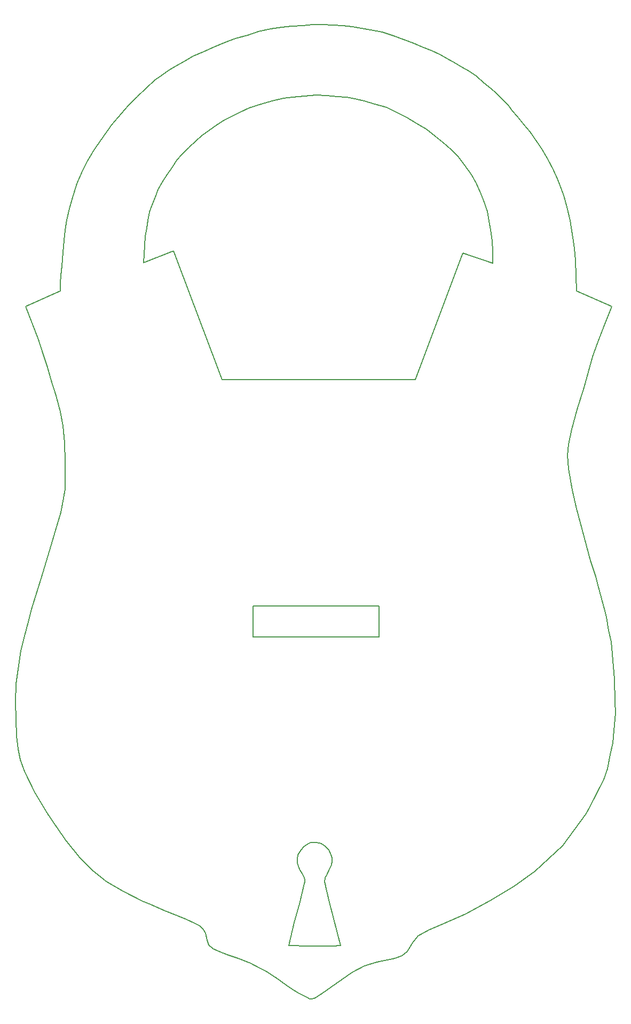
<source format=gbr>
G04 #@! TF.FileFunction,Profile,NP*
%FSLAX46Y46*%
G04 Gerber Fmt 4.6, Leading zero omitted, Abs format (unit mm)*
G04 Created by KiCad (PCBNEW 4.0.6) date 06/27/17 19:22:01*
%MOMM*%
%LPD*%
G01*
G04 APERTURE LIST*
%ADD10C,0.100000*%
%ADD11C,0.150000*%
G04 APERTURE END LIST*
D10*
D11*
X110250000Y-58590000D02*
X117920000Y-79010000D01*
X105520000Y-60400000D02*
X110250000Y-58590000D01*
X105570000Y-59170000D02*
X105520000Y-60400000D01*
X105670000Y-57710000D02*
X105570000Y-59170000D01*
X105770000Y-56320000D02*
X105670000Y-57710000D01*
X105990000Y-54920000D02*
X105770000Y-56320000D01*
X106200000Y-53710000D02*
X105990000Y-54920000D01*
X106450000Y-52430000D02*
X106200000Y-53710000D01*
X106750000Y-51440000D02*
X106450000Y-52430000D01*
X107350000Y-50000000D02*
X106750000Y-51440000D01*
X107820000Y-48870000D02*
X107350000Y-50000000D01*
X108460000Y-47650000D02*
X107820000Y-48870000D01*
X109220000Y-46490000D02*
X108460000Y-47650000D01*
X110040000Y-45290000D02*
X109220000Y-46490000D01*
X110760000Y-44200000D02*
X110040000Y-45290000D01*
X111630000Y-43280000D02*
X110760000Y-44200000D01*
X112730000Y-42180000D02*
X111630000Y-43280000D01*
X113770000Y-41160000D02*
X112730000Y-42180000D01*
X114770000Y-40280000D02*
X113770000Y-41160000D01*
X115890000Y-39410000D02*
X114770000Y-40280000D01*
X117070000Y-38630000D02*
X115890000Y-39410000D01*
X118320000Y-37800000D02*
X117070000Y-38630000D01*
X119630000Y-37160000D02*
X118320000Y-37800000D01*
X120830000Y-36590000D02*
X119630000Y-37160000D01*
X122270000Y-35910000D02*
X120830000Y-36590000D01*
X124120000Y-35310000D02*
X122270000Y-35910000D01*
X125900000Y-34820000D02*
X124120000Y-35310000D01*
X127700000Y-34390000D02*
X125900000Y-34820000D01*
X129120000Y-34190000D02*
X127700000Y-34390000D01*
X131030000Y-34010000D02*
X129120000Y-34190000D01*
X132830000Y-33880000D02*
X131030000Y-34010000D01*
X134530000Y-33970000D02*
X132830000Y-33880000D01*
X136270000Y-34080000D02*
X134530000Y-33970000D01*
X137720000Y-34220000D02*
X136270000Y-34080000D01*
X139000000Y-34420000D02*
X137720000Y-34220000D01*
X140490000Y-34820000D02*
X139000000Y-34420000D01*
X142160000Y-35260000D02*
X140490000Y-34820000D01*
X143990000Y-35820000D02*
X142160000Y-35260000D01*
X145010000Y-36330000D02*
X143990000Y-35820000D01*
X146210000Y-36880000D02*
X145010000Y-36330000D01*
X147270000Y-37440000D02*
X146210000Y-36880000D01*
X148810000Y-38330000D02*
X147270000Y-37440000D01*
X150340000Y-39310000D02*
X148810000Y-38330000D01*
X151750000Y-40340000D02*
X150340000Y-39310000D01*
X153030000Y-41360000D02*
X151750000Y-40340000D01*
X154280000Y-42460000D02*
X153030000Y-41360000D01*
X155370000Y-43550000D02*
X154280000Y-42460000D01*
X156400000Y-44940000D02*
X155370000Y-43550000D01*
X157460000Y-46470000D02*
X156400000Y-44940000D01*
X158260000Y-47860000D02*
X157460000Y-46470000D01*
X158950000Y-49320000D02*
X158260000Y-47860000D01*
X159480000Y-50580000D02*
X158950000Y-49320000D01*
X160010000Y-52330000D02*
X159480000Y-50580000D01*
X160310000Y-53820000D02*
X160010000Y-52330000D01*
X160580000Y-55280000D02*
X160310000Y-53820000D01*
X160780000Y-56970000D02*
X160580000Y-55280000D01*
X160880000Y-58600000D02*
X160780000Y-56970000D01*
X160890000Y-60500000D02*
X160880000Y-58600000D01*
X156150000Y-58920000D02*
X160890000Y-60500000D01*
X148620000Y-79010000D02*
X156150000Y-58920000D01*
X117920000Y-79010000D02*
X148620000Y-79010000D01*
X175370000Y-80300000D02*
X175360000Y-80310000D01*
X176750000Y-75310000D02*
X175380000Y-80270000D01*
X177500000Y-73230000D02*
X176750000Y-75310000D01*
X178350000Y-70980000D02*
X177500000Y-73230000D01*
X179750000Y-67390000D02*
X178350000Y-70980000D01*
X174210000Y-64950000D02*
X179750000Y-67390000D01*
X174020000Y-60120000D02*
X174210000Y-64950000D01*
X173820000Y-58170000D02*
X174020000Y-60120000D01*
X173620000Y-56480000D02*
X173820000Y-58170000D01*
X173120000Y-53780000D02*
X173620000Y-56480000D01*
X172670000Y-51640000D02*
X173120000Y-53780000D01*
X172170000Y-49750000D02*
X172670000Y-51640000D01*
X171170000Y-47350000D02*
X172170000Y-49750000D01*
X170480000Y-45660000D02*
X171170000Y-47350000D01*
X169630000Y-44010000D02*
X170480000Y-45660000D01*
X168630000Y-42420000D02*
X169630000Y-44010000D01*
X167730000Y-41020000D02*
X168630000Y-42420000D01*
X166840000Y-39680000D02*
X167730000Y-41020000D01*
X165790000Y-38480000D02*
X166840000Y-39680000D01*
X164740000Y-37240000D02*
X165790000Y-38480000D01*
X164050000Y-36390000D02*
X164740000Y-37240000D01*
X163300000Y-35440000D02*
X164050000Y-36390000D01*
X162230000Y-34380000D02*
X163300000Y-35440000D01*
X161400000Y-33540000D02*
X162230000Y-34380000D01*
X160610000Y-32800000D02*
X161400000Y-33540000D01*
X159430000Y-31870000D02*
X160610000Y-32800000D01*
X158340000Y-30930000D02*
X159430000Y-31870000D01*
X157210000Y-30140000D02*
X158340000Y-30930000D01*
X155880000Y-29350000D02*
X157210000Y-30140000D01*
X154600000Y-28610000D02*
X155880000Y-29350000D01*
X153660000Y-28070000D02*
X154600000Y-28610000D01*
X152480000Y-27430000D02*
X153660000Y-28070000D01*
X151200000Y-26840000D02*
X152480000Y-27430000D01*
X149720000Y-26250000D02*
X151200000Y-26840000D01*
X148340000Y-25660000D02*
X149720000Y-26250000D01*
X146720000Y-25020000D02*
X148340000Y-25660000D01*
X145140000Y-24480000D02*
X146720000Y-25020000D01*
X143370000Y-23890000D02*
X145140000Y-24480000D01*
X141500000Y-23490000D02*
X143370000Y-23890000D01*
X140070000Y-23250000D02*
X141500000Y-23490000D01*
X138640000Y-23000000D02*
X140070000Y-23250000D01*
X137110000Y-22850000D02*
X138640000Y-23000000D01*
X135590000Y-22800000D02*
X137110000Y-22850000D01*
X133910000Y-22700000D02*
X135590000Y-22800000D01*
X132340000Y-22700000D02*
X133910000Y-22700000D01*
X130710000Y-22850000D02*
X132340000Y-22700000D01*
X128940000Y-22950000D02*
X130710000Y-22850000D01*
X127460000Y-23100000D02*
X128940000Y-22950000D01*
X125690000Y-23390000D02*
X127460000Y-23100000D01*
X123670000Y-23790000D02*
X125690000Y-23390000D01*
X121990000Y-24330000D02*
X123670000Y-23790000D01*
X120070000Y-24870000D02*
X121990000Y-24330000D01*
X118250000Y-25560000D02*
X120070000Y-24870000D01*
X116680000Y-26200000D02*
X118250000Y-25560000D01*
X114950000Y-26990000D02*
X116680000Y-26200000D01*
X113420000Y-27680000D02*
X114950000Y-26990000D01*
X111950000Y-28520000D02*
X113420000Y-27680000D01*
X110620000Y-29260000D02*
X111950000Y-28520000D01*
X109530000Y-29900000D02*
X110620000Y-29260000D01*
X108350000Y-30680000D02*
X109530000Y-29900000D01*
X107270000Y-31520000D02*
X108350000Y-30680000D01*
X105940000Y-32750000D02*
X107270000Y-31520000D01*
X104460000Y-34080000D02*
X105940000Y-32750000D01*
X103030000Y-35560000D02*
X104460000Y-34080000D01*
X100420000Y-38560000D02*
X103030000Y-35560000D01*
X98800000Y-40880000D02*
X100420000Y-38560000D01*
X97620000Y-42600000D02*
X98800000Y-40880000D01*
X96530000Y-44420000D02*
X97620000Y-42600000D01*
X95790000Y-45950000D02*
X96530000Y-44420000D01*
X94910000Y-47870000D02*
X95790000Y-45950000D01*
X94170000Y-50330000D02*
X94910000Y-47870000D01*
X93720000Y-51910000D02*
X94170000Y-50330000D01*
X93280000Y-53680000D02*
X93720000Y-51910000D01*
X93080000Y-55260000D02*
X93280000Y-53680000D01*
X92890000Y-56840000D02*
X93080000Y-55260000D01*
X92690000Y-58810000D02*
X92890000Y-56840000D01*
X92540000Y-60920000D02*
X92690000Y-58810000D01*
X92390000Y-62500000D02*
X92540000Y-60920000D01*
X92340000Y-63740000D02*
X92390000Y-62500000D01*
X92290000Y-64930000D02*
X92340000Y-63740000D01*
X86820000Y-67400000D02*
X92290000Y-64930000D01*
X88800000Y-72620000D02*
X86820000Y-67400000D01*
X89510000Y-74770000D02*
X88800000Y-72620000D01*
X90300000Y-77070000D02*
X89510000Y-74770000D01*
X90870000Y-79110000D02*
X90300000Y-77070000D01*
X122842000Y-114900000D02*
X122842000Y-119800000D01*
X142842000Y-114900000D02*
X122842000Y-114900000D01*
X142842000Y-119800000D02*
X142842000Y-114900000D01*
X122842000Y-119800000D02*
X142842000Y-119800000D01*
X128673000Y-168732200D02*
X128533000Y-168722200D01*
X129393000Y-168762200D02*
X128673000Y-168732200D01*
X130913000Y-168802200D02*
X129393000Y-168762200D01*
X132613000Y-168812200D02*
X130913000Y-168802200D01*
X134343000Y-168802200D02*
X132613000Y-168812200D01*
X135773000Y-168782200D02*
X134343000Y-168802200D01*
X136463000Y-168752200D02*
X135773000Y-168782200D01*
X136753000Y-168702200D02*
X136463000Y-168752200D01*
X134983000Y-161832200D02*
X136753000Y-168702200D01*
X134643000Y-160462200D02*
X134983000Y-161832200D01*
X134473000Y-159782200D02*
X134643000Y-160462200D01*
X134273000Y-158882200D02*
X134473000Y-159782200D01*
X134243000Y-158642200D02*
X134273000Y-158882200D01*
X134293000Y-158002200D02*
X134243000Y-158642200D01*
X134513000Y-157512200D02*
X134293000Y-158002200D01*
X135013000Y-156642200D02*
X134513000Y-157512200D01*
X135303000Y-155952200D02*
X135013000Y-156642200D01*
X135423000Y-155362200D02*
X135303000Y-155952200D01*
X135393000Y-154802200D02*
X135423000Y-155362200D01*
X135253000Y-154302200D02*
X135393000Y-154802200D01*
X134863000Y-153562200D02*
X135253000Y-154302200D01*
X134313000Y-152962200D02*
X134863000Y-153562200D01*
X133673000Y-152552200D02*
X134313000Y-152962200D01*
X132933000Y-152352200D02*
X133673000Y-152552200D01*
X132623000Y-152362200D02*
X132933000Y-152352200D01*
X132213000Y-152372200D02*
X132623000Y-152362200D01*
X132013000Y-152412200D02*
X132213000Y-152372200D01*
X131493000Y-152652200D02*
X132013000Y-152412200D01*
X130913000Y-153082200D02*
X131493000Y-152652200D01*
X130443000Y-153562200D02*
X130913000Y-153082200D01*
X130103000Y-154112200D02*
X130443000Y-153562200D01*
X130013000Y-154342200D02*
X130103000Y-154112200D01*
X129883000Y-154972200D02*
X130013000Y-154342200D01*
X129903000Y-155602200D02*
X129883000Y-154972200D01*
X130063000Y-156212200D02*
X129903000Y-155602200D01*
X130353000Y-156782200D02*
X130063000Y-156212200D01*
X130633000Y-157272200D02*
X130353000Y-156782200D01*
X130933000Y-157812200D02*
X130633000Y-157272200D01*
X131043000Y-158262200D02*
X130933000Y-157812200D01*
X131053000Y-158612200D02*
X131043000Y-158262200D01*
X131013000Y-158902200D02*
X131053000Y-158612200D01*
X130233000Y-162122200D02*
X131013000Y-158902200D01*
X129423000Y-165112200D02*
X130233000Y-162122200D01*
X128533000Y-168732200D02*
X129423000Y-165112200D01*
X91620000Y-81500000D02*
X90870000Y-79110000D01*
X92300000Y-84020000D02*
X91620000Y-81500000D01*
X92750000Y-86310000D02*
X92300000Y-84020000D01*
X92980000Y-88960000D02*
X92750000Y-86310000D01*
X93070000Y-92000000D02*
X92980000Y-88960000D01*
X93080000Y-94730000D02*
X93070000Y-92000000D01*
X93020000Y-96320000D02*
X93080000Y-94730000D01*
X92830000Y-97800000D02*
X93020000Y-96320000D01*
X92350000Y-100070000D02*
X92830000Y-97800000D01*
X91820000Y-101970000D02*
X92350000Y-100070000D01*
X90950000Y-104880000D02*
X91820000Y-101970000D01*
X89380000Y-109970000D02*
X90950000Y-104880000D01*
X87760000Y-115390000D02*
X89380000Y-109970000D01*
X87200000Y-117410000D02*
X87760000Y-115390000D01*
X86550000Y-119990000D02*
X87200000Y-117410000D01*
X86060000Y-121970000D02*
X86550000Y-119990000D01*
X85580000Y-124870000D02*
X86060000Y-121970000D01*
X85300000Y-127270000D02*
X85580000Y-124870000D01*
X85190000Y-130100000D02*
X85300000Y-127270000D01*
X85230000Y-132770000D02*
X85190000Y-130100000D01*
X85370000Y-135510000D02*
X85230000Y-132770000D01*
X85580000Y-137560000D02*
X85370000Y-135510000D01*
X85940000Y-139260000D02*
X85580000Y-137560000D01*
X86620000Y-141110000D02*
X85940000Y-139260000D01*
X88270000Y-144420000D02*
X86620000Y-141110000D01*
X90240000Y-147780000D02*
X88270000Y-144420000D01*
X91680000Y-149920000D02*
X90240000Y-147780000D01*
X93230000Y-152130000D02*
X91680000Y-149920000D01*
X95470000Y-154870000D02*
X93230000Y-152130000D01*
X97380000Y-156830000D02*
X95470000Y-154870000D01*
X99590000Y-158530000D02*
X97380000Y-156830000D01*
X102230000Y-160130000D02*
X99590000Y-158530000D01*
X105320000Y-161670000D02*
X102230000Y-160130000D01*
X106610000Y-162210000D02*
X105320000Y-161670000D01*
X108930000Y-163190000D02*
X106610000Y-162210000D01*
X110850000Y-163990000D02*
X108930000Y-163190000D01*
X112290000Y-164610000D02*
X110850000Y-163990000D01*
X113520000Y-165160000D02*
X112290000Y-164610000D01*
X114380000Y-165630000D02*
X113520000Y-165160000D01*
X115000000Y-166150000D02*
X114380000Y-165630000D01*
X115330000Y-166760000D02*
X115000000Y-166150000D01*
X115560000Y-167840000D02*
X115330000Y-166760000D01*
X115860000Y-168630000D02*
X115560000Y-167840000D01*
X116550000Y-169250000D02*
X115860000Y-168630000D01*
X117840000Y-169860000D02*
X116550000Y-169250000D01*
X118970000Y-170230000D02*
X117840000Y-169860000D01*
X120520000Y-170800000D02*
X118970000Y-170230000D01*
X122460000Y-171560000D02*
X120520000Y-170800000D01*
X123910000Y-172270000D02*
X122460000Y-171560000D01*
X124880000Y-172780000D02*
X123910000Y-172270000D01*
X126590000Y-173920000D02*
X124880000Y-172780000D01*
X128080000Y-174970000D02*
X126590000Y-173920000D01*
X128950000Y-175560000D02*
X128080000Y-174970000D01*
X130080000Y-176300000D02*
X128950000Y-175560000D01*
X131400000Y-176960000D02*
X130080000Y-176300000D01*
X131830000Y-177230000D02*
X131400000Y-176960000D01*
X132120000Y-177210000D02*
X131830000Y-177230000D01*
X132610000Y-177110000D02*
X132120000Y-177210000D01*
X133790000Y-176320000D02*
X132610000Y-177110000D01*
X136100000Y-174770000D02*
X133790000Y-176320000D01*
X138580000Y-172940000D02*
X136100000Y-174770000D01*
X140520000Y-171910000D02*
X138580000Y-172940000D01*
X142520000Y-171390000D02*
X140520000Y-171910000D01*
X145350000Y-170730000D02*
X142520000Y-171390000D01*
X146520000Y-170340000D02*
X145350000Y-170730000D01*
X147280000Y-169710000D02*
X146520000Y-170340000D01*
X147460000Y-169410000D02*
X147280000Y-169710000D01*
X148090000Y-168390000D02*
X147460000Y-169410000D01*
X148990000Y-167170000D02*
X148090000Y-168390000D01*
X150680000Y-166250000D02*
X148990000Y-167170000D01*
X153110000Y-165260000D02*
X150680000Y-166250000D01*
X156550000Y-163730000D02*
X153110000Y-165260000D01*
X160490000Y-161650000D02*
X156550000Y-163730000D01*
X164260000Y-159320000D02*
X160490000Y-161650000D01*
X167530000Y-156970000D02*
X164260000Y-159320000D01*
X171990000Y-152880000D02*
X167530000Y-156970000D01*
X175670000Y-147800000D02*
X171990000Y-152880000D01*
X176250000Y-146720000D02*
X175670000Y-147800000D01*
X178460000Y-142400000D02*
X176250000Y-146720000D01*
X179040000Y-140740000D02*
X178460000Y-142400000D01*
X179540000Y-138450000D02*
X179040000Y-140740000D01*
X179900000Y-136630000D02*
X179540000Y-138450000D01*
X180080000Y-134640000D02*
X179900000Y-136630000D01*
X180360000Y-131880000D02*
X180080000Y-134640000D01*
X180300000Y-129970000D02*
X180360000Y-131880000D01*
X180220000Y-126490000D02*
X180300000Y-129970000D01*
X179880000Y-122490000D02*
X180220000Y-126490000D01*
X179650000Y-120590000D02*
X179880000Y-122490000D01*
X179290000Y-118800000D02*
X179650000Y-120590000D01*
X178900000Y-116620000D02*
X179290000Y-118800000D01*
X178700000Y-115670000D02*
X178900000Y-116620000D01*
X178400000Y-114670000D02*
X178700000Y-115670000D01*
X177580000Y-111580000D02*
X178400000Y-114670000D01*
X177210000Y-110180000D02*
X177580000Y-111580000D01*
X176380000Y-107660000D02*
X177210000Y-110180000D01*
X175340000Y-103900000D02*
X176380000Y-107660000D01*
X174200000Y-99430000D02*
X175340000Y-103900000D01*
X173530000Y-96540000D02*
X174200000Y-99430000D01*
X172920000Y-93150000D02*
X173530000Y-96540000D01*
X172760000Y-90970000D02*
X172920000Y-93150000D01*
X172930000Y-89210000D02*
X172760000Y-90970000D01*
X173420000Y-86870000D02*
X172930000Y-89210000D01*
X174280000Y-83700000D02*
X173420000Y-86870000D01*
X175380000Y-80270000D02*
X174280000Y-83700000D01*
M02*

</source>
